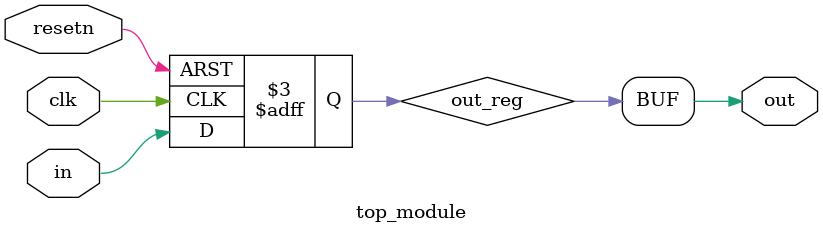
<source format=sv>
module top_module (
	input clk,
	input resetn,
	input in,
	output out
);

	reg out_reg;

	always @(posedge clk or negedge resetn) begin
		if (!resetn) begin
			out_reg <= 1'b0;
		end else begin
			out_reg <= in;
		end
	end

	assign out = out_reg;

endmodule

</source>
